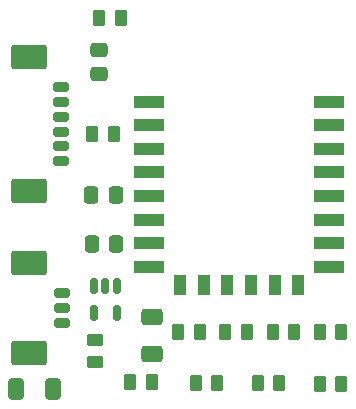
<source format=gbr>
%TF.GenerationSoftware,KiCad,Pcbnew,(6.0.4)*%
%TF.CreationDate,2022-03-25T23:20:21+00:00*%
%TF.ProjectId,IKEA Vindriktning Daughterboard,494b4541-2056-4696-9e64-72696b746e69,rev?*%
%TF.SameCoordinates,Original*%
%TF.FileFunction,Paste,Top*%
%TF.FilePolarity,Positive*%
%FSLAX46Y46*%
G04 Gerber Fmt 4.6, Leading zero omitted, Abs format (unit mm)*
G04 Created by KiCad (PCBNEW (6.0.4)) date 2022-03-25 23:20:21*
%MOMM*%
%LPD*%
G01*
G04 APERTURE LIST*
G04 Aperture macros list*
%AMRoundRect*
0 Rectangle with rounded corners*
0 $1 Rounding radius*
0 $2 $3 $4 $5 $6 $7 $8 $9 X,Y pos of 4 corners*
0 Add a 4 corners polygon primitive as box body*
4,1,4,$2,$3,$4,$5,$6,$7,$8,$9,$2,$3,0*
0 Add four circle primitives for the rounded corners*
1,1,$1+$1,$2,$3*
1,1,$1+$1,$4,$5*
1,1,$1+$1,$6,$7*
1,1,$1+$1,$8,$9*
0 Add four rect primitives between the rounded corners*
20,1,$1+$1,$2,$3,$4,$5,0*
20,1,$1+$1,$4,$5,$6,$7,0*
20,1,$1+$1,$6,$7,$8,$9,0*
20,1,$1+$1,$8,$9,$2,$3,0*%
G04 Aperture macros list end*
%ADD10R,2.500000X1.000000*%
%ADD11R,1.000000X1.800000*%
%ADD12RoundRect,0.200000X-0.450000X0.200000X-0.450000X-0.200000X0.450000X-0.200000X0.450000X0.200000X0*%
%ADD13RoundRect,0.250001X-1.249999X0.799999X-1.249999X-0.799999X1.249999X-0.799999X1.249999X0.799999X0*%
%ADD14RoundRect,0.250000X-0.262500X-0.450000X0.262500X-0.450000X0.262500X0.450000X-0.262500X0.450000X0*%
%ADD15RoundRect,0.250000X-0.337500X-0.475000X0.337500X-0.475000X0.337500X0.475000X-0.337500X0.475000X0*%
%ADD16RoundRect,0.250000X-0.450000X0.262500X-0.450000X-0.262500X0.450000X-0.262500X0.450000X0.262500X0*%
%ADD17RoundRect,0.250000X-0.650000X0.412500X-0.650000X-0.412500X0.650000X-0.412500X0.650000X0.412500X0*%
%ADD18RoundRect,0.250000X0.412500X0.650000X-0.412500X0.650000X-0.412500X-0.650000X0.412500X-0.650000X0*%
%ADD19RoundRect,0.150000X-0.150000X0.512500X-0.150000X-0.512500X0.150000X-0.512500X0.150000X0.512500X0*%
%ADD20RoundRect,0.250000X-0.475000X0.337500X-0.475000X-0.337500X0.475000X-0.337500X0.475000X0.337500X0*%
%ADD21RoundRect,0.250000X0.262500X0.450000X-0.262500X0.450000X-0.262500X-0.450000X0.262500X-0.450000X0*%
G04 APERTURE END LIST*
D10*
%TO.C,U1*%
X58400000Y-89500000D03*
X58400000Y-91500000D03*
X58400000Y-93500000D03*
X58400000Y-95500000D03*
X58400000Y-97500000D03*
X58400000Y-99500000D03*
X58400000Y-101500000D03*
X58400000Y-103500000D03*
D11*
X61000000Y-105000000D03*
X63000000Y-105000000D03*
X65000000Y-105000000D03*
X67000000Y-105000000D03*
X69000000Y-105000000D03*
X71000000Y-105000000D03*
D10*
X73600000Y-103500000D03*
X73600000Y-101500000D03*
X73600000Y-99500000D03*
X73600000Y-97500000D03*
X73600000Y-95500000D03*
X73600000Y-93500000D03*
X73600000Y-91500000D03*
X73600000Y-89500000D03*
%TD*%
D12*
%TO.C,J2*%
X50975000Y-105725000D03*
X50975000Y-106975000D03*
X50975000Y-108225000D03*
D13*
X48225000Y-103175000D03*
X48225000Y-110775000D03*
%TD*%
D12*
%TO.C,J3*%
X50925000Y-88300000D03*
X50925000Y-89550000D03*
X50925000Y-90800000D03*
X50925000Y-92050000D03*
X50925000Y-93300000D03*
X50925000Y-94550000D03*
D13*
X48175000Y-97100000D03*
X48175000Y-85750000D03*
%TD*%
D14*
%TO.C,R8*%
X62317500Y-113330000D03*
X64142500Y-113330000D03*
%TD*%
%TO.C,R4*%
X68837500Y-109000000D03*
X70662500Y-109000000D03*
%TD*%
%TO.C,R7*%
X56787500Y-113275000D03*
X58612500Y-113275000D03*
%TD*%
%TO.C,R2*%
X54137500Y-82425000D03*
X55962500Y-82425000D03*
%TD*%
%TO.C,R5*%
X72837500Y-109000000D03*
X74662500Y-109000000D03*
%TD*%
D15*
%TO.C,C1*%
X53542500Y-101520000D03*
X55617500Y-101520000D03*
%TD*%
D14*
%TO.C,R1*%
X53587500Y-92250000D03*
X55412500Y-92250000D03*
%TD*%
D16*
%TO.C,R6*%
X53775000Y-109687500D03*
X53775000Y-111512500D03*
%TD*%
D14*
%TO.C,R3*%
X72827500Y-113380000D03*
X74652500Y-113380000D03*
%TD*%
D17*
%TO.C,C3*%
X58625000Y-107712500D03*
X58625000Y-110837500D03*
%TD*%
D18*
%TO.C,C2*%
X50262500Y-113800000D03*
X47137500Y-113800000D03*
%TD*%
D19*
%TO.C,U2*%
X55637500Y-105112500D03*
X54687500Y-105112500D03*
X53737500Y-105112500D03*
X53737500Y-107387500D03*
X55637500Y-107387500D03*
%TD*%
D20*
%TO.C,C4*%
X54175000Y-85112500D03*
X54175000Y-87187500D03*
%TD*%
D15*
%TO.C,C5*%
X53472500Y-97370000D03*
X55547500Y-97370000D03*
%TD*%
D21*
%TO.C,R9*%
X69392500Y-113360000D03*
X67567500Y-113360000D03*
%TD*%
D14*
%TO.C,R10*%
X60837500Y-109000000D03*
X62662500Y-109000000D03*
%TD*%
D21*
%TO.C,R11*%
X66662500Y-109000000D03*
X64837500Y-109000000D03*
%TD*%
M02*

</source>
